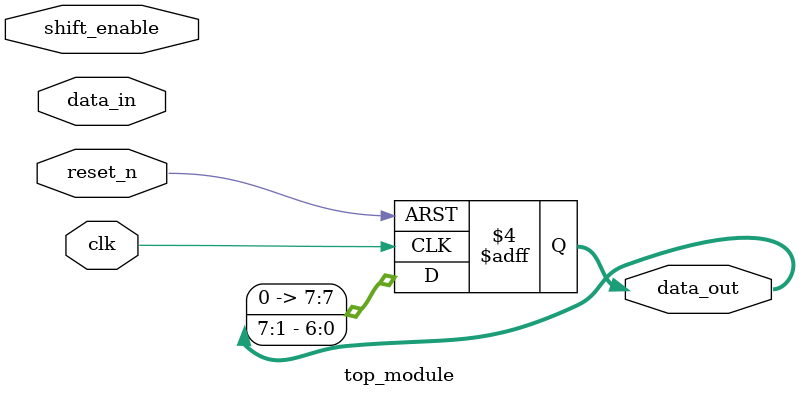
<source format=sv>
module top_module (
    input wire clk,
    input wire reset_n,
    input wire data_in,
    input wire shift_enable,
    output reg [7:0] data_out
);

    initial begin
        data_out = 8'h0A;
    end

    always @(posedge clk or negedge reset_n) begin
        if (!reset_n) begin
            data_out <= 8'h00;
        end else begin
            data_out <= {1'b0, data_out[7:1]};
        end
    end

endmodule

</source>
